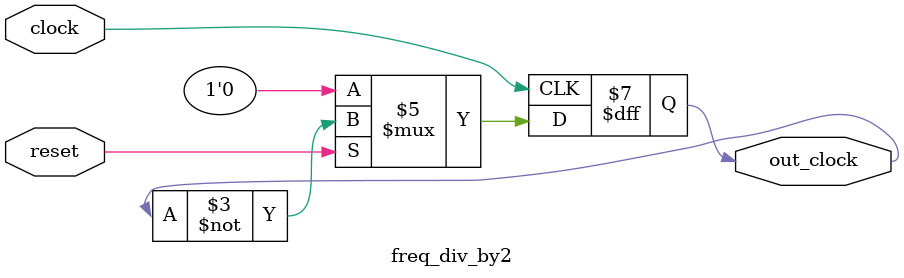
<source format=v>
module freq_div_by2 (clock, reset, out_clock);
    input clock;
    input reset;
    output reg out_clock;

    always @(posedge clock)
    begin
        if (~reset)
            out_clock <= 1'b0;
        else
            out_clock <= ~out_clock;
    end

endmodule

</source>
